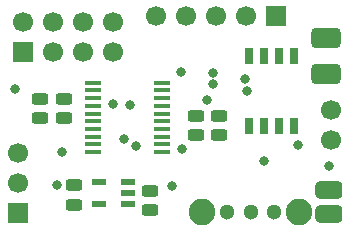
<source format=gbr>
%TF.GenerationSoftware,KiCad,Pcbnew,7.0.5*%
%TF.CreationDate,2024-01-14T18:06:27+01:00*%
%TF.ProjectId,rc_hotwheels,72635f68-6f74-4776-9865-656c732e6b69,rev?*%
%TF.SameCoordinates,Original*%
%TF.FileFunction,Soldermask,Top*%
%TF.FilePolarity,Negative*%
%FSLAX46Y46*%
G04 Gerber Fmt 4.6, Leading zero omitted, Abs format (unit mm)*
G04 Created by KiCad (PCBNEW 7.0.5) date 2024-01-14 18:06:27*
%MOMM*%
%LPD*%
G01*
G04 APERTURE LIST*
G04 Aperture macros list*
%AMRoundRect*
0 Rectangle with rounded corners*
0 $1 Rounding radius*
0 $2 $3 $4 $5 $6 $7 $8 $9 X,Y pos of 4 corners*
0 Add a 4 corners polygon primitive as box body*
4,1,4,$2,$3,$4,$5,$6,$7,$8,$9,$2,$3,0*
0 Add four circle primitives for the rounded corners*
1,1,$1+$1,$2,$3*
1,1,$1+$1,$4,$5*
1,1,$1+$1,$6,$7*
1,1,$1+$1,$8,$9*
0 Add four rect primitives between the rounded corners*
20,1,$1+$1,$2,$3,$4,$5,0*
20,1,$1+$1,$4,$5,$6,$7,0*
20,1,$1+$1,$6,$7,$8,$9,0*
20,1,$1+$1,$8,$9,$2,$3,0*%
G04 Aperture macros list end*
%ADD10R,1.700000X1.700000*%
%ADD11C,1.700000*%
%ADD12RoundRect,0.240000X0.455000X-0.240000X0.455000X0.240000X-0.455000X0.240000X-0.455000X-0.240000X0*%
%ADD13RoundRect,0.240000X-0.455000X0.240000X-0.455000X-0.240000X0.455000X-0.240000X0.455000X0.240000X0*%
%ADD14RoundRect,0.425000X-0.850000X-0.425000X0.850000X-0.425000X0.850000X0.425000X-0.850000X0.425000X0*%
%ADD15RoundRect,0.381000X-0.762000X-0.381000X0.762000X-0.381000X0.762000X0.381000X-0.762000X0.381000X0*%
%ADD16R,0.700000X1.350000*%
%ADD17R,1.475000X0.450000*%
%ADD18R,1.200000X0.600000*%
%ADD19C,1.300000*%
%ADD20C,2.250000*%
%ADD21C,0.800000*%
G04 APERTURE END LIST*
D10*
%TO.C,ST*%
X81584800Y-35229800D03*
D11*
X79044800Y-35229800D03*
X76504800Y-35229800D03*
X73964800Y-35229800D03*
X71424800Y-35229800D03*
%TD*%
D12*
%TO.C,C6*%
X76758800Y-45333400D03*
X76758800Y-43713400D03*
%TD*%
%TO.C,C5*%
X61645800Y-43885600D03*
X61645800Y-42265600D03*
%TD*%
D13*
%TO.C,C1*%
X70942200Y-50038000D03*
X70942200Y-51658000D03*
%TD*%
D11*
%TO.C,SM1*%
X59791600Y-46837600D03*
X59791600Y-49377600D03*
D10*
X59791600Y-51917600D03*
%TD*%
D13*
%TO.C,C2*%
X64490600Y-49606200D03*
X64490600Y-51226200D03*
%TD*%
D14*
%TO.C,M1*%
X85852000Y-40132000D03*
X85852000Y-37084000D03*
%TD*%
D11*
%TO.C,BT1*%
X86251605Y-45720000D03*
X86251605Y-43180000D03*
%TD*%
D10*
%TO.C,U3*%
X60143920Y-38287797D03*
D11*
X60143920Y-35747797D03*
X62683920Y-38287797D03*
X62683920Y-35747797D03*
X65223920Y-38287797D03*
X65223920Y-35747797D03*
X67763920Y-38287797D03*
X67763920Y-35747797D03*
%TD*%
D15*
%TO.C,S3*%
X86110000Y-52012000D03*
X86110000Y-49980000D03*
%TD*%
D16*
%TO.C,IC1*%
X83159600Y-38684200D03*
X81889600Y-38684200D03*
X80619600Y-38684200D03*
X79349600Y-38684200D03*
X79349600Y-44584200D03*
X80619600Y-44584200D03*
X81889600Y-44584200D03*
X83159600Y-44584200D03*
%TD*%
D12*
%TO.C,C3*%
X63627000Y-43885600D03*
X63627000Y-42265600D03*
%TD*%
D17*
%TO.C,U1*%
X71957593Y-46770272D03*
X71957593Y-46120272D03*
X71957593Y-45470272D03*
X71957593Y-44820272D03*
X71957593Y-44170272D03*
X71957593Y-43520272D03*
X71957593Y-42870272D03*
X71957593Y-42220272D03*
X71957593Y-41570272D03*
X71957593Y-40920272D03*
X66081593Y-40920272D03*
X66081593Y-41570272D03*
X66081593Y-42220272D03*
X66081593Y-42870272D03*
X66081593Y-43520272D03*
X66081593Y-44170272D03*
X66081593Y-44820272D03*
X66081593Y-45470272D03*
X66081593Y-46120272D03*
X66081593Y-46770272D03*
%TD*%
D12*
%TO.C,C4*%
X74803000Y-45333400D03*
X74803000Y-43713400D03*
%TD*%
D18*
%TO.C,IC2*%
X69088000Y-51176000D03*
X69088000Y-50226000D03*
X69088000Y-49276000D03*
X66588000Y-49276000D03*
X66588000Y-51176000D03*
%TD*%
D19*
%TO.C,S1*%
X77443517Y-51874862D03*
X79443517Y-51874862D03*
X81443517Y-51874862D03*
D20*
X75343517Y-51874862D03*
X83543517Y-51874862D03*
%TD*%
D21*
X59461400Y-41478200D03*
X73520265Y-40021520D03*
X68720000Y-45690000D03*
X67800000Y-42700000D03*
X69710000Y-46280000D03*
X69260500Y-42840000D03*
X76276200Y-40055800D03*
X78992640Y-40620812D03*
X76247654Y-41054895D03*
X79108428Y-41613585D03*
X63500000Y-46736000D03*
X80619600Y-47574200D03*
X75742800Y-42367200D03*
X72775806Y-49682142D03*
X83489800Y-46165100D03*
X86110000Y-48000000D03*
X63087710Y-49610485D03*
X73638567Y-46525827D03*
M02*

</source>
